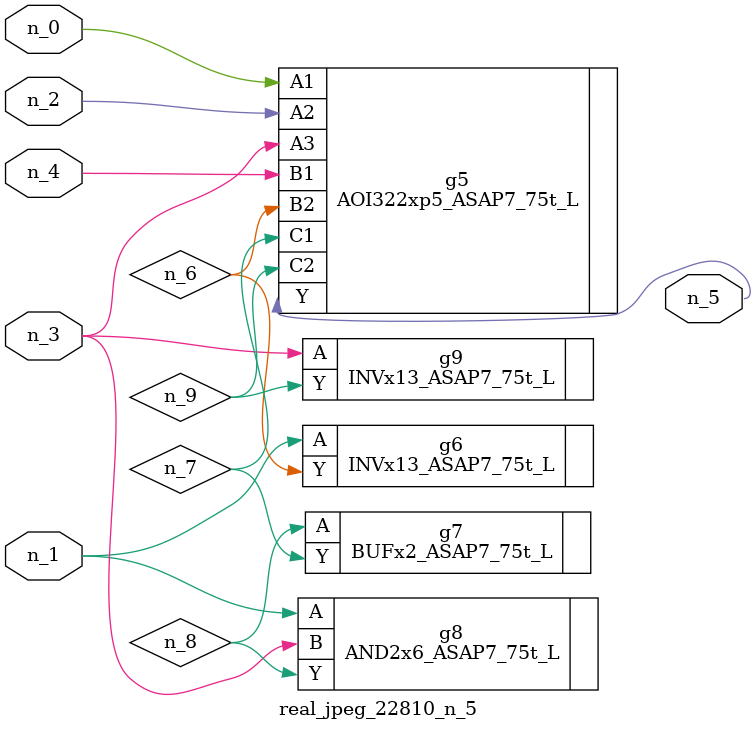
<source format=v>
module real_jpeg_22810_n_5 (n_4, n_0, n_1, n_2, n_3, n_5);

input n_4;
input n_0;
input n_1;
input n_2;
input n_3;

output n_5;

wire n_8;
wire n_6;
wire n_7;
wire n_9;

AOI322xp5_ASAP7_75t_L g5 ( 
.A1(n_0),
.A2(n_2),
.A3(n_3),
.B1(n_4),
.B2(n_6),
.C1(n_7),
.C2(n_9),
.Y(n_5)
);

INVx13_ASAP7_75t_L g6 ( 
.A(n_1),
.Y(n_6)
);

AND2x6_ASAP7_75t_L g8 ( 
.A(n_1),
.B(n_3),
.Y(n_8)
);

INVx13_ASAP7_75t_L g9 ( 
.A(n_3),
.Y(n_9)
);

BUFx2_ASAP7_75t_L g7 ( 
.A(n_8),
.Y(n_7)
);


endmodule
</source>
